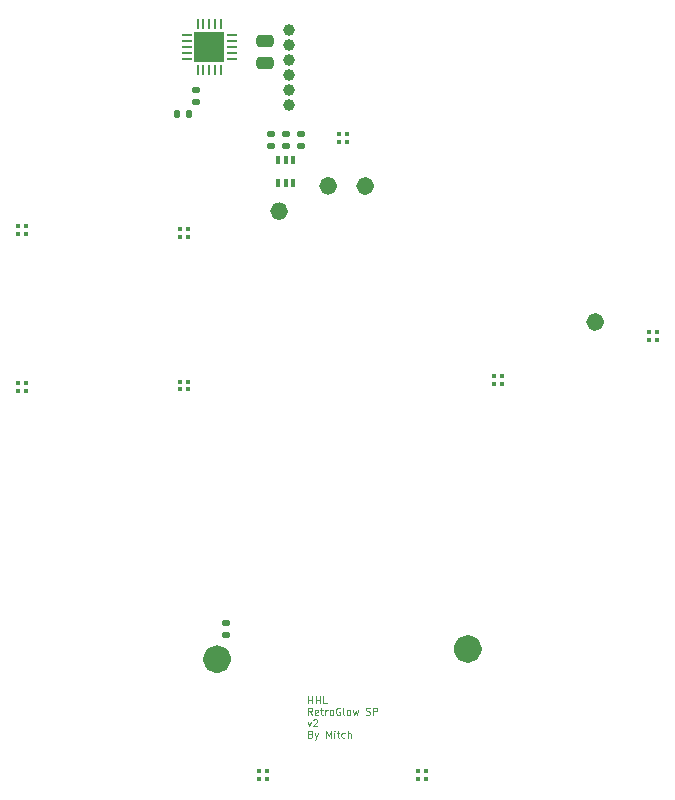
<source format=gbr>
%TF.GenerationSoftware,KiCad,Pcbnew,8.0.2*%
%TF.CreationDate,2024-11-22T12:12:35-08:00*%
%TF.ProjectId,retroglow_sp,72657472-6f67-46c6-9f77-5f73702e6b69,rev?*%
%TF.SameCoordinates,Original*%
%TF.FileFunction,Soldermask,Top*%
%TF.FilePolarity,Negative*%
%FSLAX46Y46*%
G04 Gerber Fmt 4.6, Leading zero omitted, Abs format (unit mm)*
G04 Created by KiCad (PCBNEW 8.0.2) date 2024-11-22 12:12:35*
%MOMM*%
%LPD*%
G01*
G04 APERTURE LIST*
G04 Aperture macros list*
%AMRoundRect*
0 Rectangle with rounded corners*
0 $1 Rounding radius*
0 $2 $3 $4 $5 $6 $7 $8 $9 X,Y pos of 4 corners*
0 Add a 4 corners polygon primitive as box body*
4,1,4,$2,$3,$4,$5,$6,$7,$8,$9,$2,$3,0*
0 Add four circle primitives for the rounded corners*
1,1,$1+$1,$2,$3*
1,1,$1+$1,$4,$5*
1,1,$1+$1,$6,$7*
1,1,$1+$1,$8,$9*
0 Add four rect primitives between the rounded corners*
20,1,$1+$1,$2,$3,$4,$5,0*
20,1,$1+$1,$4,$5,$6,$7,0*
20,1,$1+$1,$6,$7,$8,$9,0*
20,1,$1+$1,$8,$9,$2,$3,0*%
G04 Aperture macros list end*
%ADD10C,0.120000*%
%ADD11C,0.750500*%
%ADD12C,1.225500*%
%ADD13RoundRect,0.135000X-0.185000X0.135000X-0.185000X-0.135000X0.185000X-0.135000X0.185000X0.135000X0*%
%ADD14RoundRect,0.100000X-0.100000X0.225000X-0.100000X-0.225000X0.100000X-0.225000X0.100000X0.225000X0*%
%ADD15R,0.370000X0.370000*%
%ADD16C,1.000000*%
%ADD17RoundRect,0.135000X0.135000X0.185000X-0.135000X0.185000X-0.135000X-0.185000X0.135000X-0.185000X0*%
%ADD18RoundRect,0.250000X-0.475000X0.250000X-0.475000X-0.250000X0.475000X-0.250000X0.475000X0.250000X0*%
%ADD19RoundRect,0.062500X-0.362500X-0.062500X0.362500X-0.062500X0.362500X0.062500X-0.362500X0.062500X0*%
%ADD20RoundRect,0.062500X-0.062500X-0.362500X0.062500X-0.362500X0.062500X0.362500X-0.062500X0.362500X0*%
%ADD21R,2.600000X2.600000*%
%ADD22RoundRect,0.135000X0.185000X-0.135000X0.185000X0.135000X-0.185000X0.135000X-0.185000X-0.135000X0*%
G04 APERTURE END LIST*
D10*
X240221629Y-153234377D02*
X240221629Y-152634377D01*
X240221629Y-152920091D02*
X240564486Y-152920091D01*
X240564486Y-153234377D02*
X240564486Y-152634377D01*
X240850200Y-153234377D02*
X240850200Y-152634377D01*
X240850200Y-152920091D02*
X241193057Y-152920091D01*
X241193057Y-153234377D02*
X241193057Y-152634377D01*
X241764485Y-153234377D02*
X241478771Y-153234377D01*
X241478771Y-153234377D02*
X241478771Y-152634377D01*
X240564486Y-154200343D02*
X240364486Y-153914629D01*
X240221629Y-154200343D02*
X240221629Y-153600343D01*
X240221629Y-153600343D02*
X240450200Y-153600343D01*
X240450200Y-153600343D02*
X240507343Y-153628914D01*
X240507343Y-153628914D02*
X240535914Y-153657486D01*
X240535914Y-153657486D02*
X240564486Y-153714629D01*
X240564486Y-153714629D02*
X240564486Y-153800343D01*
X240564486Y-153800343D02*
X240535914Y-153857486D01*
X240535914Y-153857486D02*
X240507343Y-153886057D01*
X240507343Y-153886057D02*
X240450200Y-153914629D01*
X240450200Y-153914629D02*
X240221629Y-153914629D01*
X241050200Y-154171772D02*
X240993057Y-154200343D01*
X240993057Y-154200343D02*
X240878772Y-154200343D01*
X240878772Y-154200343D02*
X240821629Y-154171772D01*
X240821629Y-154171772D02*
X240793057Y-154114629D01*
X240793057Y-154114629D02*
X240793057Y-153886057D01*
X240793057Y-153886057D02*
X240821629Y-153828914D01*
X240821629Y-153828914D02*
X240878772Y-153800343D01*
X240878772Y-153800343D02*
X240993057Y-153800343D01*
X240993057Y-153800343D02*
X241050200Y-153828914D01*
X241050200Y-153828914D02*
X241078772Y-153886057D01*
X241078772Y-153886057D02*
X241078772Y-153943200D01*
X241078772Y-153943200D02*
X240793057Y-154000343D01*
X241250200Y-153800343D02*
X241478772Y-153800343D01*
X241335915Y-153600343D02*
X241335915Y-154114629D01*
X241335915Y-154114629D02*
X241364486Y-154171772D01*
X241364486Y-154171772D02*
X241421629Y-154200343D01*
X241421629Y-154200343D02*
X241478772Y-154200343D01*
X241678772Y-154200343D02*
X241678772Y-153800343D01*
X241678772Y-153914629D02*
X241707343Y-153857486D01*
X241707343Y-153857486D02*
X241735915Y-153828914D01*
X241735915Y-153828914D02*
X241793057Y-153800343D01*
X241793057Y-153800343D02*
X241850200Y-153800343D01*
X242135915Y-154200343D02*
X242078772Y-154171772D01*
X242078772Y-154171772D02*
X242050201Y-154143200D01*
X242050201Y-154143200D02*
X242021629Y-154086057D01*
X242021629Y-154086057D02*
X242021629Y-153914629D01*
X242021629Y-153914629D02*
X242050201Y-153857486D01*
X242050201Y-153857486D02*
X242078772Y-153828914D01*
X242078772Y-153828914D02*
X242135915Y-153800343D01*
X242135915Y-153800343D02*
X242221629Y-153800343D01*
X242221629Y-153800343D02*
X242278772Y-153828914D01*
X242278772Y-153828914D02*
X242307344Y-153857486D01*
X242307344Y-153857486D02*
X242335915Y-153914629D01*
X242335915Y-153914629D02*
X242335915Y-154086057D01*
X242335915Y-154086057D02*
X242307344Y-154143200D01*
X242307344Y-154143200D02*
X242278772Y-154171772D01*
X242278772Y-154171772D02*
X242221629Y-154200343D01*
X242221629Y-154200343D02*
X242135915Y-154200343D01*
X242907343Y-153628914D02*
X242850201Y-153600343D01*
X242850201Y-153600343D02*
X242764486Y-153600343D01*
X242764486Y-153600343D02*
X242678772Y-153628914D01*
X242678772Y-153628914D02*
X242621629Y-153686057D01*
X242621629Y-153686057D02*
X242593058Y-153743200D01*
X242593058Y-153743200D02*
X242564486Y-153857486D01*
X242564486Y-153857486D02*
X242564486Y-153943200D01*
X242564486Y-153943200D02*
X242593058Y-154057486D01*
X242593058Y-154057486D02*
X242621629Y-154114629D01*
X242621629Y-154114629D02*
X242678772Y-154171772D01*
X242678772Y-154171772D02*
X242764486Y-154200343D01*
X242764486Y-154200343D02*
X242821629Y-154200343D01*
X242821629Y-154200343D02*
X242907343Y-154171772D01*
X242907343Y-154171772D02*
X242935915Y-154143200D01*
X242935915Y-154143200D02*
X242935915Y-153943200D01*
X242935915Y-153943200D02*
X242821629Y-153943200D01*
X243278772Y-154200343D02*
X243221629Y-154171772D01*
X243221629Y-154171772D02*
X243193058Y-154114629D01*
X243193058Y-154114629D02*
X243193058Y-153600343D01*
X243593058Y-154200343D02*
X243535915Y-154171772D01*
X243535915Y-154171772D02*
X243507344Y-154143200D01*
X243507344Y-154143200D02*
X243478772Y-154086057D01*
X243478772Y-154086057D02*
X243478772Y-153914629D01*
X243478772Y-153914629D02*
X243507344Y-153857486D01*
X243507344Y-153857486D02*
X243535915Y-153828914D01*
X243535915Y-153828914D02*
X243593058Y-153800343D01*
X243593058Y-153800343D02*
X243678772Y-153800343D01*
X243678772Y-153800343D02*
X243735915Y-153828914D01*
X243735915Y-153828914D02*
X243764487Y-153857486D01*
X243764487Y-153857486D02*
X243793058Y-153914629D01*
X243793058Y-153914629D02*
X243793058Y-154086057D01*
X243793058Y-154086057D02*
X243764487Y-154143200D01*
X243764487Y-154143200D02*
X243735915Y-154171772D01*
X243735915Y-154171772D02*
X243678772Y-154200343D01*
X243678772Y-154200343D02*
X243593058Y-154200343D01*
X243993058Y-153800343D02*
X244107344Y-154200343D01*
X244107344Y-154200343D02*
X244221629Y-153914629D01*
X244221629Y-153914629D02*
X244335915Y-154200343D01*
X244335915Y-154200343D02*
X244450201Y-153800343D01*
X245107343Y-154171772D02*
X245193058Y-154200343D01*
X245193058Y-154200343D02*
X245335915Y-154200343D01*
X245335915Y-154200343D02*
X245393058Y-154171772D01*
X245393058Y-154171772D02*
X245421629Y-154143200D01*
X245421629Y-154143200D02*
X245450200Y-154086057D01*
X245450200Y-154086057D02*
X245450200Y-154028914D01*
X245450200Y-154028914D02*
X245421629Y-153971772D01*
X245421629Y-153971772D02*
X245393058Y-153943200D01*
X245393058Y-153943200D02*
X245335915Y-153914629D01*
X245335915Y-153914629D02*
X245221629Y-153886057D01*
X245221629Y-153886057D02*
X245164486Y-153857486D01*
X245164486Y-153857486D02*
X245135915Y-153828914D01*
X245135915Y-153828914D02*
X245107343Y-153771772D01*
X245107343Y-153771772D02*
X245107343Y-153714629D01*
X245107343Y-153714629D02*
X245135915Y-153657486D01*
X245135915Y-153657486D02*
X245164486Y-153628914D01*
X245164486Y-153628914D02*
X245221629Y-153600343D01*
X245221629Y-153600343D02*
X245364486Y-153600343D01*
X245364486Y-153600343D02*
X245450200Y-153628914D01*
X245707344Y-154200343D02*
X245707344Y-153600343D01*
X245707344Y-153600343D02*
X245935915Y-153600343D01*
X245935915Y-153600343D02*
X245993058Y-153628914D01*
X245993058Y-153628914D02*
X246021629Y-153657486D01*
X246021629Y-153657486D02*
X246050201Y-153714629D01*
X246050201Y-153714629D02*
X246050201Y-153800343D01*
X246050201Y-153800343D02*
X246021629Y-153857486D01*
X246021629Y-153857486D02*
X245993058Y-153886057D01*
X245993058Y-153886057D02*
X245935915Y-153914629D01*
X245935915Y-153914629D02*
X245707344Y-153914629D01*
X240164486Y-154766309D02*
X240307343Y-155166309D01*
X240307343Y-155166309D02*
X240450200Y-154766309D01*
X240650200Y-154623452D02*
X240678772Y-154594880D01*
X240678772Y-154594880D02*
X240735915Y-154566309D01*
X240735915Y-154566309D02*
X240878772Y-154566309D01*
X240878772Y-154566309D02*
X240935915Y-154594880D01*
X240935915Y-154594880D02*
X240964486Y-154623452D01*
X240964486Y-154623452D02*
X240993057Y-154680595D01*
X240993057Y-154680595D02*
X240993057Y-154737738D01*
X240993057Y-154737738D02*
X240964486Y-154823452D01*
X240964486Y-154823452D02*
X240621629Y-155166309D01*
X240621629Y-155166309D02*
X240993057Y-155166309D01*
X240421629Y-155817989D02*
X240507343Y-155846561D01*
X240507343Y-155846561D02*
X240535914Y-155875132D01*
X240535914Y-155875132D02*
X240564486Y-155932275D01*
X240564486Y-155932275D02*
X240564486Y-156017989D01*
X240564486Y-156017989D02*
X240535914Y-156075132D01*
X240535914Y-156075132D02*
X240507343Y-156103704D01*
X240507343Y-156103704D02*
X240450200Y-156132275D01*
X240450200Y-156132275D02*
X240221629Y-156132275D01*
X240221629Y-156132275D02*
X240221629Y-155532275D01*
X240221629Y-155532275D02*
X240421629Y-155532275D01*
X240421629Y-155532275D02*
X240478772Y-155560846D01*
X240478772Y-155560846D02*
X240507343Y-155589418D01*
X240507343Y-155589418D02*
X240535914Y-155646561D01*
X240535914Y-155646561D02*
X240535914Y-155703704D01*
X240535914Y-155703704D02*
X240507343Y-155760846D01*
X240507343Y-155760846D02*
X240478772Y-155789418D01*
X240478772Y-155789418D02*
X240421629Y-155817989D01*
X240421629Y-155817989D02*
X240221629Y-155817989D01*
X240764486Y-155732275D02*
X240907343Y-156132275D01*
X241050200Y-155732275D02*
X240907343Y-156132275D01*
X240907343Y-156132275D02*
X240850200Y-156275132D01*
X240850200Y-156275132D02*
X240821629Y-156303704D01*
X240821629Y-156303704D02*
X240764486Y-156332275D01*
X241735915Y-156132275D02*
X241735915Y-155532275D01*
X241735915Y-155532275D02*
X241935915Y-155960846D01*
X241935915Y-155960846D02*
X242135915Y-155532275D01*
X242135915Y-155532275D02*
X242135915Y-156132275D01*
X242421629Y-156132275D02*
X242421629Y-155732275D01*
X242421629Y-155532275D02*
X242393057Y-155560846D01*
X242393057Y-155560846D02*
X242421629Y-155589418D01*
X242421629Y-155589418D02*
X242450200Y-155560846D01*
X242450200Y-155560846D02*
X242421629Y-155532275D01*
X242421629Y-155532275D02*
X242421629Y-155589418D01*
X242621628Y-155732275D02*
X242850200Y-155732275D01*
X242707343Y-155532275D02*
X242707343Y-156046561D01*
X242707343Y-156046561D02*
X242735914Y-156103704D01*
X242735914Y-156103704D02*
X242793057Y-156132275D01*
X242793057Y-156132275D02*
X242850200Y-156132275D01*
X243307343Y-156103704D02*
X243250200Y-156132275D01*
X243250200Y-156132275D02*
X243135914Y-156132275D01*
X243135914Y-156132275D02*
X243078771Y-156103704D01*
X243078771Y-156103704D02*
X243050200Y-156075132D01*
X243050200Y-156075132D02*
X243021628Y-156017989D01*
X243021628Y-156017989D02*
X243021628Y-155846561D01*
X243021628Y-155846561D02*
X243050200Y-155789418D01*
X243050200Y-155789418D02*
X243078771Y-155760846D01*
X243078771Y-155760846D02*
X243135914Y-155732275D01*
X243135914Y-155732275D02*
X243250200Y-155732275D01*
X243250200Y-155732275D02*
X243307343Y-155760846D01*
X243564486Y-156132275D02*
X243564486Y-155532275D01*
X243821629Y-156132275D02*
X243821629Y-155817989D01*
X243821629Y-155817989D02*
X243793057Y-155760846D01*
X243793057Y-155760846D02*
X243735914Y-155732275D01*
X243735914Y-155732275D02*
X243650200Y-155732275D01*
X243650200Y-155732275D02*
X243593057Y-155760846D01*
X243593057Y-155760846D02*
X243564486Y-155789418D01*
D11*
X264887693Y-120933399D02*
G75*
G02*
X264137193Y-120933399I-375250J0D01*
G01*
X264137193Y-120933399D02*
G75*
G02*
X264887693Y-120933399I375250J0D01*
G01*
X242275075Y-109411944D02*
G75*
G02*
X241524575Y-109411944I-375250J0D01*
G01*
X241524575Y-109411944D02*
G75*
G02*
X242275075Y-109411944I375250J0D01*
G01*
X245416758Y-109421205D02*
G75*
G02*
X244666258Y-109421205I-375250J0D01*
G01*
X244666258Y-109421205D02*
G75*
G02*
X245416758Y-109421205I375250J0D01*
G01*
X238125075Y-111561944D02*
G75*
G02*
X237374575Y-111561944I-375250J0D01*
G01*
X237374575Y-111561944D02*
G75*
G02*
X238125075Y-111561944I375250J0D01*
G01*
D12*
X254335988Y-148622491D02*
G75*
G02*
X253110488Y-148622491I-612750J0D01*
G01*
X253110488Y-148622491D02*
G75*
G02*
X254335988Y-148622491I612750J0D01*
G01*
X233110256Y-149491704D02*
G75*
G02*
X231884756Y-149491704I-612750J0D01*
G01*
X231884756Y-149491704D02*
G75*
G02*
X233110256Y-149491704I612750J0D01*
G01*
D13*
%TO.C,R1*%
X239599825Y-105051944D03*
X239599825Y-106071944D03*
%TD*%
D14*
%TO.C,D1*%
X238949825Y-107261944D03*
X238299825Y-107261944D03*
X237649825Y-107261944D03*
X237649825Y-109161944D03*
X238299825Y-109161944D03*
X238949825Y-109161944D03*
%TD*%
D15*
%TO.C,L4*%
X229332484Y-126645784D03*
X230002484Y-126645784D03*
X230002484Y-125975784D03*
X229332484Y-125975784D03*
%TD*%
D16*
%TO.C,TP5*%
X238617485Y-101275784D03*
%TD*%
D17*
%TO.C,R4*%
X230109825Y-103361944D03*
X229089825Y-103361944D03*
%TD*%
D15*
%TO.C,L5*%
X242812485Y-105725784D03*
X243482485Y-105725784D03*
X243482485Y-105055784D03*
X242812485Y-105055784D03*
%TD*%
%TO.C,L7*%
X249552485Y-159605784D03*
X250222485Y-159605784D03*
X250222485Y-158935784D03*
X249552485Y-158935784D03*
%TD*%
D18*
%TO.C,C1*%
X236549825Y-97111944D03*
X236549825Y-99011944D03*
%TD*%
D19*
%TO.C,U1*%
X229924825Y-96661944D03*
X229924825Y-97161944D03*
X229924825Y-97661944D03*
X229924825Y-98161944D03*
X229924825Y-98661944D03*
D20*
X230849825Y-99586944D03*
X231349825Y-99586944D03*
X231849825Y-99586944D03*
X232349825Y-99586944D03*
X232849825Y-99586944D03*
D19*
X233774825Y-98661944D03*
X233774825Y-98161944D03*
X233774825Y-97661944D03*
X233774825Y-97161944D03*
X233774825Y-96661944D03*
D20*
X232849825Y-95736944D03*
X232349825Y-95736944D03*
X231849825Y-95736944D03*
X231349825Y-95736944D03*
X230849825Y-95736944D03*
D21*
X231849825Y-97661944D03*
%TD*%
D16*
%TO.C,TP6*%
X238617485Y-102545784D03*
%TD*%
D15*
%TO.C,L3*%
X215667483Y-126810784D03*
X216337483Y-126810784D03*
X216337483Y-126140784D03*
X215667483Y-126140784D03*
%TD*%
D22*
%TO.C,R3*%
X237049825Y-106071944D03*
X237049825Y-105051944D03*
%TD*%
D16*
%TO.C,TP1*%
X238617485Y-96195784D03*
%TD*%
%TO.C,TP2*%
X238617485Y-97465784D03*
%TD*%
D22*
%TO.C,R6*%
X233249825Y-147471944D03*
X233249825Y-146451944D03*
%TD*%
D15*
%TO.C,L1*%
X229352484Y-113725784D03*
X230022484Y-113725784D03*
X230022484Y-113055784D03*
X229352484Y-113055784D03*
%TD*%
%TO.C,L9*%
X269092485Y-122429784D03*
X269762485Y-122429784D03*
X269762485Y-121759784D03*
X269092485Y-121759784D03*
%TD*%
D13*
%TO.C,R5*%
X230749825Y-101301944D03*
X230749825Y-102321944D03*
%TD*%
D15*
%TO.C,L8*%
X255957485Y-126190784D03*
X256627485Y-126190784D03*
X256627485Y-125520784D03*
X255957485Y-125520784D03*
%TD*%
%TO.C,L2*%
X215672484Y-113455784D03*
X216342484Y-113455784D03*
X216342484Y-112785784D03*
X215672484Y-112785784D03*
%TD*%
%TO.C,L6*%
X236077485Y-159610784D03*
X236747485Y-159610784D03*
X236747485Y-158940784D03*
X236077485Y-158940784D03*
%TD*%
D16*
%TO.C,TP3*%
X238617485Y-98735784D03*
%TD*%
D13*
%TO.C,R2*%
X238299825Y-105051944D03*
X238299825Y-106071944D03*
%TD*%
D16*
%TO.C,TP4*%
X238617485Y-100005784D03*
%TD*%
M02*

</source>
